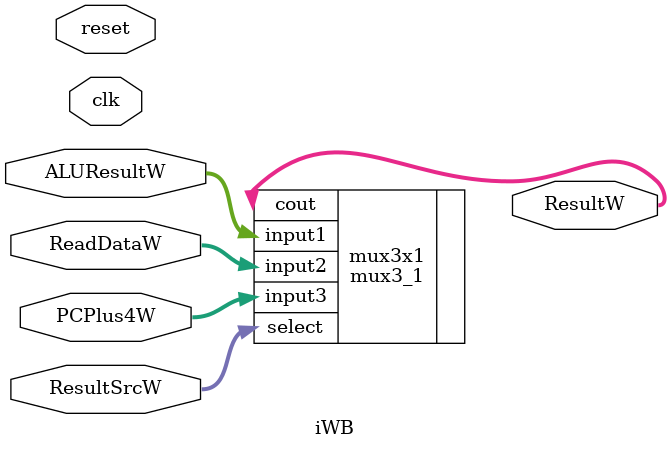
<source format=sv>
`timescale 1ns / 1ps


module iWB(
    input clk, reset,
    input [1:0] ResultSrcW,
    
    input [31:0] ALUResultW, ReadDataW,PCPlus4W,
    output [31:0]ResultW
    );
    
    mux3_1 mux3x1(.input1(ALUResultW), .input2(ReadDataW), .input3(PCPlus4W), .select(ResultSrcW), .cout(ResultW));
endmodule

</source>
